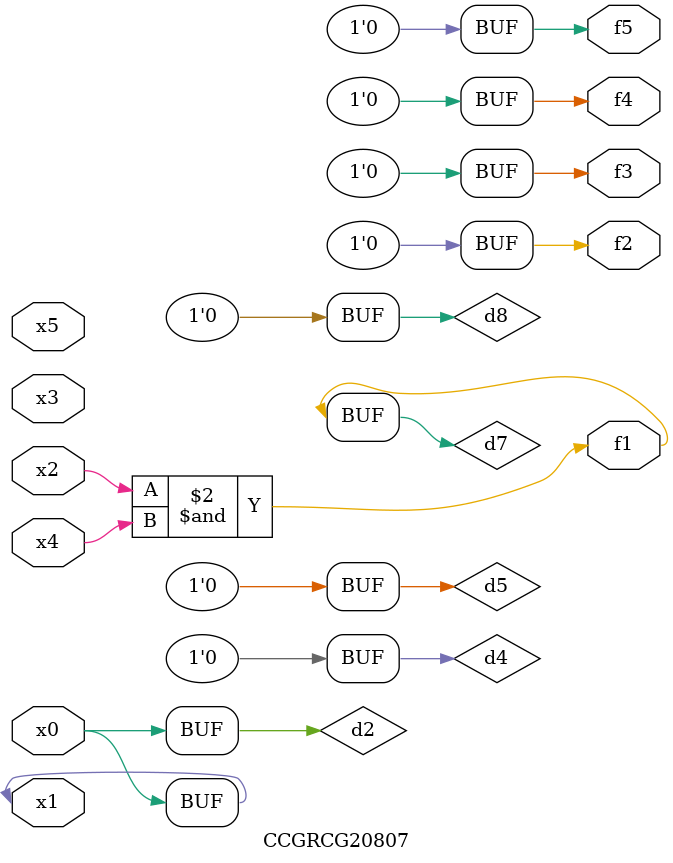
<source format=v>
module CCGRCG20807(
	input x0, x1, x2, x3, x4, x5,
	output f1, f2, f3, f4, f5
);

	wire d1, d2, d3, d4, d5, d6, d7, d8, d9;

	nand (d1, x1);
	buf (d2, x0, x1);
	nand (d3, x2, x4);
	and (d4, d1, d2);
	and (d5, d1, d2);
	nand (d6, d1, d3);
	not (d7, d3);
	xor (d8, d5);
	nor (d9, d5, d6);
	assign f1 = d7;
	assign f2 = d8;
	assign f3 = d8;
	assign f4 = d8;
	assign f5 = d8;
endmodule

</source>
